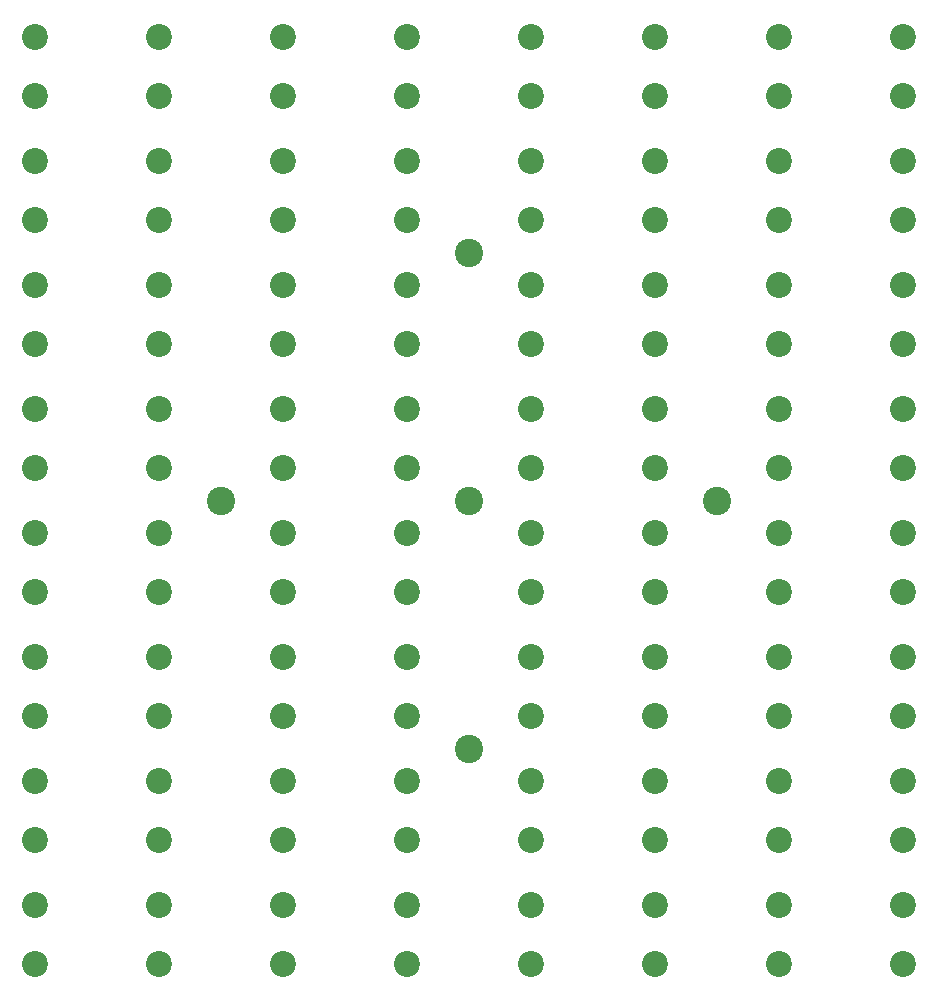
<source format=gbs>
G04*
G04 #@! TF.GenerationSoftware,Altium Limited,Altium Designer,23.3.1 (30)*
G04*
G04 Layer_Color=16711935*
%FSLAX26Y26*%
%MOIN*%
G70*
G04*
G04 #@! TF.SameCoordinates,A73F04FC-B1A5-4ADC-8500-56C492F8F9A9*
G04*
G04*
G04 #@! TF.FilePolarity,Negative*
G04*
G01*
G75*
%ADD27C,0.086614*%
%ADD28C,0.094488*%
D27*
X-1446849Y-1348424D02*
D03*
Y-1545276D02*
D03*
X-1033465Y-1348424D02*
D03*
Y-1545276D02*
D03*
X620079Y1131890D02*
D03*
Y935040D02*
D03*
X1446851D02*
D03*
Y1131890D02*
D03*
X-1033465Y1545276D02*
D03*
Y1348426D02*
D03*
X-206693D02*
D03*
Y1545276D02*
D03*
X620079D02*
D03*
Y1348426D02*
D03*
X1446851D02*
D03*
Y1545276D02*
D03*
X-206693Y-1348424D02*
D03*
Y-1545276D02*
D03*
X620079D02*
D03*
Y-1348424D02*
D03*
X1446851D02*
D03*
Y-1545276D02*
D03*
X-1033465Y-1131890D02*
D03*
Y-935040D02*
D03*
X-206693D02*
D03*
Y-1131890D02*
D03*
X620079D02*
D03*
Y-935040D02*
D03*
X1446851D02*
D03*
Y-1131890D02*
D03*
X-1033465Y-718504D02*
D03*
Y-521654D02*
D03*
X-206693D02*
D03*
Y-718504D02*
D03*
X620079D02*
D03*
Y-521654D02*
D03*
X1446851D02*
D03*
Y-718504D02*
D03*
X-1033465Y-305118D02*
D03*
Y-108268D02*
D03*
X-206693D02*
D03*
Y-305118D02*
D03*
X620079D02*
D03*
Y-108268D02*
D03*
X1446851D02*
D03*
Y-305118D02*
D03*
X-1033465Y108268D02*
D03*
Y305118D02*
D03*
X-206693D02*
D03*
Y108268D02*
D03*
X620079D02*
D03*
Y305118D02*
D03*
X1446851D02*
D03*
Y108268D02*
D03*
X-1033465Y521654D02*
D03*
Y718504D02*
D03*
X-206693D02*
D03*
Y521654D02*
D03*
X620079D02*
D03*
Y718504D02*
D03*
X1446851D02*
D03*
Y521654D02*
D03*
X-1033465Y935040D02*
D03*
Y1131890D02*
D03*
X-206693D02*
D03*
Y935040D02*
D03*
X206693D02*
D03*
Y1131890D02*
D03*
X1033465D02*
D03*
Y935040D02*
D03*
X-1446849Y1348426D02*
D03*
Y1545276D02*
D03*
X-620079D02*
D03*
Y1348426D02*
D03*
X206693D02*
D03*
Y1545276D02*
D03*
X1033465D02*
D03*
Y1348426D02*
D03*
X-620079Y-1545276D02*
D03*
Y-1348424D02*
D03*
X206693D02*
D03*
Y-1545276D02*
D03*
X1033465D02*
D03*
Y-1348424D02*
D03*
X-1446849Y-935040D02*
D03*
Y-1131890D02*
D03*
X-620079D02*
D03*
Y-935040D02*
D03*
X206693D02*
D03*
Y-1131890D02*
D03*
X1033465D02*
D03*
Y-935040D02*
D03*
X-1446849Y-521654D02*
D03*
Y-718504D02*
D03*
X-620079D02*
D03*
Y-521654D02*
D03*
X206693D02*
D03*
Y-718504D02*
D03*
X1033465D02*
D03*
Y-521654D02*
D03*
X-1446849Y-108268D02*
D03*
Y-305118D02*
D03*
X-620079D02*
D03*
Y-108268D02*
D03*
X206693D02*
D03*
Y-305118D02*
D03*
X1033465D02*
D03*
Y-108268D02*
D03*
X-1446849Y305118D02*
D03*
Y108268D02*
D03*
X-620079D02*
D03*
Y305118D02*
D03*
X206693D02*
D03*
Y108268D02*
D03*
X1033465D02*
D03*
Y305118D02*
D03*
X-1446849Y718504D02*
D03*
Y521654D02*
D03*
X-620079D02*
D03*
Y718504D02*
D03*
X206693D02*
D03*
Y521654D02*
D03*
X1033465D02*
D03*
Y718504D02*
D03*
X-1446849Y1131890D02*
D03*
Y935040D02*
D03*
X-620079D02*
D03*
Y1131890D02*
D03*
D28*
X826772Y0D02*
D03*
X0Y826772D02*
D03*
Y-826772D02*
D03*
Y0D02*
D03*
X-826772D02*
D03*
M02*

</source>
